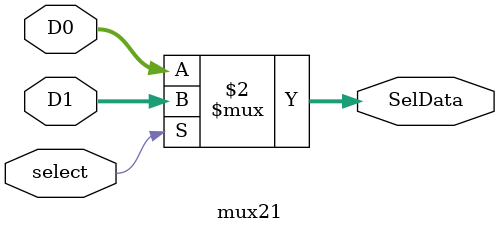
<source format=v>
`timescale 1ns / 1ps

module mux21(input [31:0] D0, input [31:0] D1, input select, output [31:0] SelData);
    assign SelData = (select == 0) ? D0 : D1;
endmodule

</source>
